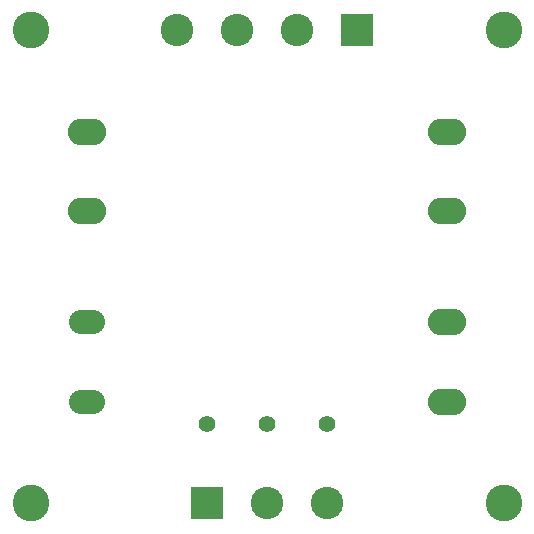
<source format=gbs>
G04*
G04 #@! TF.GenerationSoftware,Altium Limited,Altium Designer,21.6.1 (37)*
G04*
G04 Layer_Color=16711935*
%FSLAX25Y25*%
%MOIN*%
G70*
G04*
G04 #@! TF.SameCoordinates,6932302D-1246-4337-B808-B0F653D0E11F*
G04*
G04*
G04 #@! TF.FilePolarity,Negative*
G04*
G01*
G75*
%ADD26C,0.12217*%
%ADD27C,0.10800*%
%ADD28R,0.10800X0.10800*%
%ADD29O,0.12800X0.08800*%
%ADD30C,0.05524*%
%ADD31O,0.12000X0.08000*%
D26*
X240546Y48283D02*
D03*
X83066Y48283D02*
D03*
X83066Y205764D02*
D03*
X240546Y205764D02*
D03*
D27*
X171806Y205764D02*
D03*
X151806Y205764D02*
D03*
X131806Y205764D02*
D03*
X161806Y48283D02*
D03*
X181806Y48283D02*
D03*
D28*
X191806Y205764D02*
D03*
X141806Y48283D02*
D03*
D29*
X221806Y108524D02*
D03*
X221806Y82024D02*
D03*
X221806Y145524D02*
D03*
X221806Y172024D02*
D03*
X101806Y172024D02*
D03*
X101806Y145524D02*
D03*
D30*
X161806Y74626D02*
D03*
X141806Y74626D02*
D03*
X181806Y74626D02*
D03*
D31*
X101806Y82024D02*
D03*
X101806Y108524D02*
D03*
M02*

</source>
